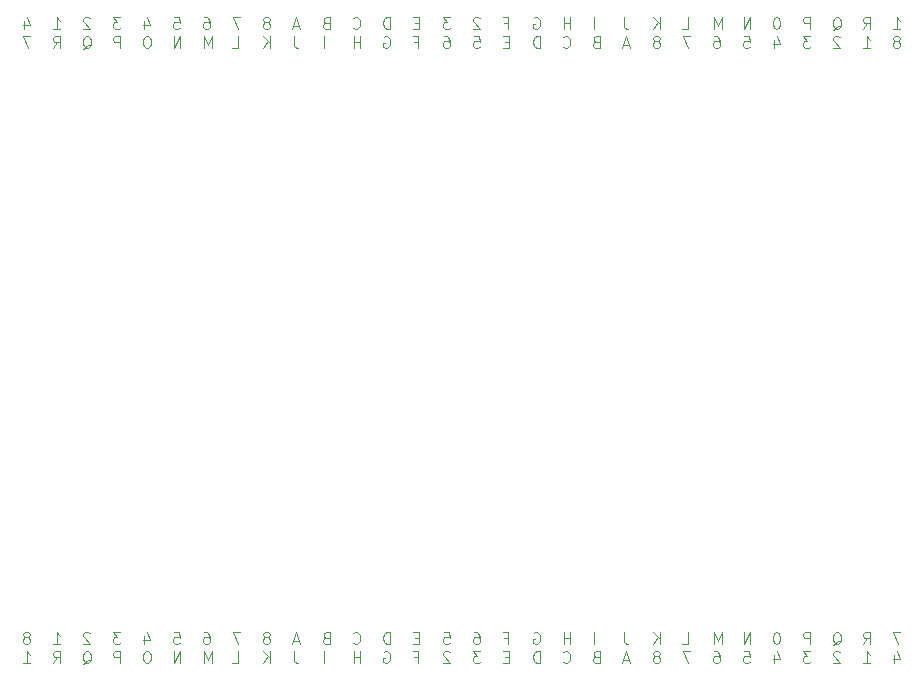
<source format=gbo>
G04 #@! TF.GenerationSoftware,KiCad,Pcbnew,8.0.1*
G04 #@! TF.CreationDate,2024-08-06T23:19:39+08:00*
G04 #@! TF.ProjectId,MatchBox v0.3,4d617463-6842-46f7-9820-76302e332e6b,rev?*
G04 #@! TF.SameCoordinates,Original*
G04 #@! TF.FileFunction,Legend,Bot*
G04 #@! TF.FilePolarity,Positive*
%FSLAX46Y46*%
G04 Gerber Fmt 4.6, Leading zero omitted, Abs format (unit mm)*
G04 Created by KiCad (PCBNEW 8.0.1) date 2024-08-06 23:19:39*
%MOMM*%
%LPD*%
G01*
G04 APERTURE LIST*
%ADD10C,0.100000*%
%ADD11C,3.200000*%
%ADD12C,3.700000*%
%ADD13R,1.700000X1.700000*%
%ADD14O,1.700000X1.700000*%
G04 APERTURE END LIST*
D10*
X130696503Y-112562475D02*
X130696503Y-111562475D01*
X130886980Y-113648609D02*
X130744123Y-113696228D01*
X130744123Y-113696228D02*
X130696504Y-113743847D01*
X130696504Y-113743847D02*
X130648885Y-113839085D01*
X130648885Y-113839085D02*
X130648885Y-113981942D01*
X130648885Y-113981942D02*
X130696504Y-114077180D01*
X130696504Y-114077180D02*
X130744123Y-114124800D01*
X130744123Y-114124800D02*
X130839361Y-114172419D01*
X130839361Y-114172419D02*
X131220313Y-114172419D01*
X131220313Y-114172419D02*
X131220313Y-113172419D01*
X131220313Y-113172419D02*
X130886980Y-113172419D01*
X130886980Y-113172419D02*
X130791742Y-113220038D01*
X130791742Y-113220038D02*
X130744123Y-113267657D01*
X130744123Y-113267657D02*
X130696504Y-113362895D01*
X130696504Y-113362895D02*
X130696504Y-113458133D01*
X130696504Y-113458133D02*
X130744123Y-113553371D01*
X130744123Y-113553371D02*
X130791742Y-113600990D01*
X130791742Y-113600990D02*
X130886980Y-113648609D01*
X130886980Y-113648609D02*
X131220313Y-113648609D01*
X103089837Y-111991046D02*
X103185075Y-111943427D01*
X103185075Y-111943427D02*
X103232694Y-111895808D01*
X103232694Y-111895808D02*
X103280313Y-111800570D01*
X103280313Y-111800570D02*
X103280313Y-111752951D01*
X103280313Y-111752951D02*
X103232694Y-111657713D01*
X103232694Y-111657713D02*
X103185075Y-111610094D01*
X103185075Y-111610094D02*
X103089837Y-111562475D01*
X103089837Y-111562475D02*
X102899361Y-111562475D01*
X102899361Y-111562475D02*
X102804123Y-111610094D01*
X102804123Y-111610094D02*
X102756504Y-111657713D01*
X102756504Y-111657713D02*
X102708885Y-111752951D01*
X102708885Y-111752951D02*
X102708885Y-111800570D01*
X102708885Y-111800570D02*
X102756504Y-111895808D01*
X102756504Y-111895808D02*
X102804123Y-111943427D01*
X102804123Y-111943427D02*
X102899361Y-111991046D01*
X102899361Y-111991046D02*
X103089837Y-111991046D01*
X103089837Y-111991046D02*
X103185075Y-112038665D01*
X103185075Y-112038665D02*
X103232694Y-112086284D01*
X103232694Y-112086284D02*
X103280313Y-112181522D01*
X103280313Y-112181522D02*
X103280313Y-112371998D01*
X103280313Y-112371998D02*
X103232694Y-112467236D01*
X103232694Y-112467236D02*
X103185075Y-112514856D01*
X103185075Y-112514856D02*
X103089837Y-112562475D01*
X103089837Y-112562475D02*
X102899361Y-112562475D01*
X102899361Y-112562475D02*
X102804123Y-112514856D01*
X102804123Y-112514856D02*
X102756504Y-112467236D01*
X102756504Y-112467236D02*
X102708885Y-112371998D01*
X102708885Y-112371998D02*
X102708885Y-112181522D01*
X102708885Y-112181522D02*
X102756504Y-112086284D01*
X102756504Y-112086284D02*
X102804123Y-112038665D01*
X102804123Y-112038665D02*
X102899361Y-111991046D01*
X103280313Y-114172419D02*
X103280313Y-113172419D01*
X102708885Y-114172419D02*
X103137456Y-113600990D01*
X102708885Y-113172419D02*
X103280313Y-113743847D01*
X143967932Y-112562475D02*
X143967932Y-111562475D01*
X143967932Y-111562475D02*
X143396504Y-112562475D01*
X143396504Y-112562475D02*
X143396504Y-111562475D01*
X143396504Y-113172419D02*
X143872694Y-113172419D01*
X143872694Y-113172419D02*
X143920313Y-113648609D01*
X143920313Y-113648609D02*
X143872694Y-113600990D01*
X143872694Y-113600990D02*
X143777456Y-113553371D01*
X143777456Y-113553371D02*
X143539361Y-113553371D01*
X143539361Y-113553371D02*
X143444123Y-113600990D01*
X143444123Y-113600990D02*
X143396504Y-113648609D01*
X143396504Y-113648609D02*
X143348885Y-113743847D01*
X143348885Y-113743847D02*
X143348885Y-113981942D01*
X143348885Y-113981942D02*
X143396504Y-114077180D01*
X143396504Y-114077180D02*
X143444123Y-114124800D01*
X143444123Y-114124800D02*
X143539361Y-114172419D01*
X143539361Y-114172419D02*
X143777456Y-114172419D01*
X143777456Y-114172419D02*
X143872694Y-114124800D01*
X143872694Y-114124800D02*
X143920313Y-114077180D01*
X146222218Y-111562475D02*
X146126980Y-111562475D01*
X146126980Y-111562475D02*
X146031742Y-111610094D01*
X146031742Y-111610094D02*
X145984123Y-111657713D01*
X145984123Y-111657713D02*
X145936504Y-111752951D01*
X145936504Y-111752951D02*
X145888885Y-111943427D01*
X145888885Y-111943427D02*
X145888885Y-112181522D01*
X145888885Y-112181522D02*
X145936504Y-112371998D01*
X145936504Y-112371998D02*
X145984123Y-112467236D01*
X145984123Y-112467236D02*
X146031742Y-112514856D01*
X146031742Y-112514856D02*
X146126980Y-112562475D01*
X146126980Y-112562475D02*
X146222218Y-112562475D01*
X146222218Y-112562475D02*
X146317456Y-112514856D01*
X146317456Y-112514856D02*
X146365075Y-112467236D01*
X146365075Y-112467236D02*
X146412694Y-112371998D01*
X146412694Y-112371998D02*
X146460313Y-112181522D01*
X146460313Y-112181522D02*
X146460313Y-111943427D01*
X146460313Y-111943427D02*
X146412694Y-111752951D01*
X146412694Y-111752951D02*
X146365075Y-111657713D01*
X146365075Y-111657713D02*
X146317456Y-111610094D01*
X146317456Y-111610094D02*
X146222218Y-111562475D01*
X145984123Y-113505752D02*
X145984123Y-114172419D01*
X146222218Y-113124800D02*
X146460313Y-113839085D01*
X146460313Y-113839085D02*
X145841266Y-113839085D01*
X136300313Y-112562475D02*
X136300313Y-111562475D01*
X135728885Y-112562475D02*
X136157456Y-111991046D01*
X135728885Y-111562475D02*
X136300313Y-112133903D01*
X136109837Y-113600990D02*
X136205075Y-113553371D01*
X136205075Y-113553371D02*
X136252694Y-113505752D01*
X136252694Y-113505752D02*
X136300313Y-113410514D01*
X136300313Y-113410514D02*
X136300313Y-113362895D01*
X136300313Y-113362895D02*
X136252694Y-113267657D01*
X136252694Y-113267657D02*
X136205075Y-113220038D01*
X136205075Y-113220038D02*
X136109837Y-113172419D01*
X136109837Y-113172419D02*
X135919361Y-113172419D01*
X135919361Y-113172419D02*
X135824123Y-113220038D01*
X135824123Y-113220038D02*
X135776504Y-113267657D01*
X135776504Y-113267657D02*
X135728885Y-113362895D01*
X135728885Y-113362895D02*
X135728885Y-113410514D01*
X135728885Y-113410514D02*
X135776504Y-113505752D01*
X135776504Y-113505752D02*
X135824123Y-113553371D01*
X135824123Y-113553371D02*
X135919361Y-113600990D01*
X135919361Y-113600990D02*
X136109837Y-113600990D01*
X136109837Y-113600990D02*
X136205075Y-113648609D01*
X136205075Y-113648609D02*
X136252694Y-113696228D01*
X136252694Y-113696228D02*
X136300313Y-113791466D01*
X136300313Y-113791466D02*
X136300313Y-113981942D01*
X136300313Y-113981942D02*
X136252694Y-114077180D01*
X136252694Y-114077180D02*
X136205075Y-114124800D01*
X136205075Y-114124800D02*
X136109837Y-114172419D01*
X136109837Y-114172419D02*
X135919361Y-114172419D01*
X135919361Y-114172419D02*
X135824123Y-114124800D01*
X135824123Y-114124800D02*
X135776504Y-114077180D01*
X135776504Y-114077180D02*
X135728885Y-113981942D01*
X135728885Y-113981942D02*
X135728885Y-113791466D01*
X135728885Y-113791466D02*
X135776504Y-113696228D01*
X135776504Y-113696228D02*
X135824123Y-113648609D01*
X135824123Y-113648609D02*
X135919361Y-113600990D01*
X125616504Y-111610094D02*
X125711742Y-111562475D01*
X125711742Y-111562475D02*
X125854599Y-111562475D01*
X125854599Y-111562475D02*
X125997456Y-111610094D01*
X125997456Y-111610094D02*
X126092694Y-111705332D01*
X126092694Y-111705332D02*
X126140313Y-111800570D01*
X126140313Y-111800570D02*
X126187932Y-111991046D01*
X126187932Y-111991046D02*
X126187932Y-112133903D01*
X126187932Y-112133903D02*
X126140313Y-112324379D01*
X126140313Y-112324379D02*
X126092694Y-112419617D01*
X126092694Y-112419617D02*
X125997456Y-112514856D01*
X125997456Y-112514856D02*
X125854599Y-112562475D01*
X125854599Y-112562475D02*
X125759361Y-112562475D01*
X125759361Y-112562475D02*
X125616504Y-112514856D01*
X125616504Y-112514856D02*
X125568885Y-112467236D01*
X125568885Y-112467236D02*
X125568885Y-112133903D01*
X125568885Y-112133903D02*
X125759361Y-112133903D01*
X126140313Y-114172419D02*
X126140313Y-113172419D01*
X126140313Y-113172419D02*
X125902218Y-113172419D01*
X125902218Y-113172419D02*
X125759361Y-113220038D01*
X125759361Y-113220038D02*
X125664123Y-113315276D01*
X125664123Y-113315276D02*
X125616504Y-113410514D01*
X125616504Y-113410514D02*
X125568885Y-113600990D01*
X125568885Y-113600990D02*
X125568885Y-113743847D01*
X125568885Y-113743847D02*
X125616504Y-113934323D01*
X125616504Y-113934323D02*
X125664123Y-114029561D01*
X125664123Y-114029561D02*
X125759361Y-114124800D01*
X125759361Y-114124800D02*
X125902218Y-114172419D01*
X125902218Y-114172419D02*
X126140313Y-114172419D01*
X138173647Y-112562475D02*
X138649837Y-112562475D01*
X138649837Y-112562475D02*
X138649837Y-111562475D01*
X138887932Y-113172419D02*
X138221266Y-113172419D01*
X138221266Y-113172419D02*
X138649837Y-114172419D01*
X88040313Y-111657713D02*
X87992694Y-111610094D01*
X87992694Y-111610094D02*
X87897456Y-111562475D01*
X87897456Y-111562475D02*
X87659361Y-111562475D01*
X87659361Y-111562475D02*
X87564123Y-111610094D01*
X87564123Y-111610094D02*
X87516504Y-111657713D01*
X87516504Y-111657713D02*
X87468885Y-111752951D01*
X87468885Y-111752951D02*
X87468885Y-111848189D01*
X87468885Y-111848189D02*
X87516504Y-111991046D01*
X87516504Y-111991046D02*
X88087932Y-112562475D01*
X88087932Y-112562475D02*
X87468885Y-112562475D01*
X87421266Y-114267657D02*
X87516504Y-114220038D01*
X87516504Y-114220038D02*
X87611742Y-114124800D01*
X87611742Y-114124800D02*
X87754599Y-113981942D01*
X87754599Y-113981942D02*
X87849837Y-113934323D01*
X87849837Y-113934323D02*
X87945075Y-113934323D01*
X87897456Y-114172419D02*
X87992694Y-114124800D01*
X87992694Y-114124800D02*
X88087932Y-114029561D01*
X88087932Y-114029561D02*
X88135551Y-113839085D01*
X88135551Y-113839085D02*
X88135551Y-113505752D01*
X88135551Y-113505752D02*
X88087932Y-113315276D01*
X88087932Y-113315276D02*
X87992694Y-113220038D01*
X87992694Y-113220038D02*
X87897456Y-113172419D01*
X87897456Y-113172419D02*
X87706980Y-113172419D01*
X87706980Y-113172419D02*
X87611742Y-113220038D01*
X87611742Y-113220038D02*
X87516504Y-113315276D01*
X87516504Y-113315276D02*
X87468885Y-113505752D01*
X87468885Y-113505752D02*
X87468885Y-113839085D01*
X87468885Y-113839085D02*
X87516504Y-114029561D01*
X87516504Y-114029561D02*
X87611742Y-114124800D01*
X87611742Y-114124800D02*
X87706980Y-114172419D01*
X87706980Y-114172419D02*
X87897456Y-114172419D01*
X123124123Y-112038665D02*
X123457456Y-112038665D01*
X123457456Y-112562475D02*
X123457456Y-111562475D01*
X123457456Y-111562475D02*
X122981266Y-111562475D01*
X123505075Y-113648609D02*
X123171742Y-113648609D01*
X123028885Y-114172419D02*
X123505075Y-114172419D01*
X123505075Y-114172419D02*
X123505075Y-113172419D01*
X123505075Y-113172419D02*
X123028885Y-113172419D01*
X141523170Y-112562475D02*
X141523170Y-111562475D01*
X141523170Y-111562475D02*
X141189837Y-112276760D01*
X141189837Y-112276760D02*
X140856504Y-111562475D01*
X140856504Y-111562475D02*
X140856504Y-112562475D01*
X140904123Y-113172419D02*
X141094599Y-113172419D01*
X141094599Y-113172419D02*
X141189837Y-113220038D01*
X141189837Y-113220038D02*
X141237456Y-113267657D01*
X141237456Y-113267657D02*
X141332694Y-113410514D01*
X141332694Y-113410514D02*
X141380313Y-113600990D01*
X141380313Y-113600990D02*
X141380313Y-113981942D01*
X141380313Y-113981942D02*
X141332694Y-114077180D01*
X141332694Y-114077180D02*
X141285075Y-114124800D01*
X141285075Y-114124800D02*
X141189837Y-114172419D01*
X141189837Y-114172419D02*
X140999361Y-114172419D01*
X140999361Y-114172419D02*
X140904123Y-114124800D01*
X140904123Y-114124800D02*
X140856504Y-114077180D01*
X140856504Y-114077180D02*
X140808885Y-113981942D01*
X140808885Y-113981942D02*
X140808885Y-113743847D01*
X140808885Y-113743847D02*
X140856504Y-113648609D01*
X140856504Y-113648609D02*
X140904123Y-113600990D01*
X140904123Y-113600990D02*
X140999361Y-113553371D01*
X140999361Y-113553371D02*
X141189837Y-113553371D01*
X141189837Y-113553371D02*
X141285075Y-113600990D01*
X141285075Y-113600990D02*
X141332694Y-113648609D01*
X141332694Y-113648609D02*
X141380313Y-113743847D01*
X120584123Y-111562475D02*
X120774599Y-111562475D01*
X120774599Y-111562475D02*
X120869837Y-111610094D01*
X120869837Y-111610094D02*
X120917456Y-111657713D01*
X120917456Y-111657713D02*
X121012694Y-111800570D01*
X121012694Y-111800570D02*
X121060313Y-111991046D01*
X121060313Y-111991046D02*
X121060313Y-112371998D01*
X121060313Y-112371998D02*
X121012694Y-112467236D01*
X121012694Y-112467236D02*
X120965075Y-112514856D01*
X120965075Y-112514856D02*
X120869837Y-112562475D01*
X120869837Y-112562475D02*
X120679361Y-112562475D01*
X120679361Y-112562475D02*
X120584123Y-112514856D01*
X120584123Y-112514856D02*
X120536504Y-112467236D01*
X120536504Y-112467236D02*
X120488885Y-112371998D01*
X120488885Y-112371998D02*
X120488885Y-112133903D01*
X120488885Y-112133903D02*
X120536504Y-112038665D01*
X120536504Y-112038665D02*
X120584123Y-111991046D01*
X120584123Y-111991046D02*
X120679361Y-111943427D01*
X120679361Y-111943427D02*
X120869837Y-111943427D01*
X120869837Y-111943427D02*
X120965075Y-111991046D01*
X120965075Y-111991046D02*
X121012694Y-112038665D01*
X121012694Y-112038665D02*
X121060313Y-112133903D01*
X121107932Y-113172419D02*
X120488885Y-113172419D01*
X120488885Y-113172419D02*
X120822218Y-113553371D01*
X120822218Y-113553371D02*
X120679361Y-113553371D01*
X120679361Y-113553371D02*
X120584123Y-113600990D01*
X120584123Y-113600990D02*
X120536504Y-113648609D01*
X120536504Y-113648609D02*
X120488885Y-113743847D01*
X120488885Y-113743847D02*
X120488885Y-113981942D01*
X120488885Y-113981942D02*
X120536504Y-114077180D01*
X120536504Y-114077180D02*
X120584123Y-114124800D01*
X120584123Y-114124800D02*
X120679361Y-114172419D01*
X120679361Y-114172419D02*
X120965075Y-114172419D01*
X120965075Y-114172419D02*
X121060313Y-114124800D01*
X121060313Y-114124800D02*
X121107932Y-114077180D01*
X97724123Y-111562475D02*
X97914599Y-111562475D01*
X97914599Y-111562475D02*
X98009837Y-111610094D01*
X98009837Y-111610094D02*
X98057456Y-111657713D01*
X98057456Y-111657713D02*
X98152694Y-111800570D01*
X98152694Y-111800570D02*
X98200313Y-111991046D01*
X98200313Y-111991046D02*
X98200313Y-112371998D01*
X98200313Y-112371998D02*
X98152694Y-112467236D01*
X98152694Y-112467236D02*
X98105075Y-112514856D01*
X98105075Y-112514856D02*
X98009837Y-112562475D01*
X98009837Y-112562475D02*
X97819361Y-112562475D01*
X97819361Y-112562475D02*
X97724123Y-112514856D01*
X97724123Y-112514856D02*
X97676504Y-112467236D01*
X97676504Y-112467236D02*
X97628885Y-112371998D01*
X97628885Y-112371998D02*
X97628885Y-112133903D01*
X97628885Y-112133903D02*
X97676504Y-112038665D01*
X97676504Y-112038665D02*
X97724123Y-111991046D01*
X97724123Y-111991046D02*
X97819361Y-111943427D01*
X97819361Y-111943427D02*
X98009837Y-111943427D01*
X98009837Y-111943427D02*
X98105075Y-111991046D01*
X98105075Y-111991046D02*
X98152694Y-112038665D01*
X98152694Y-112038665D02*
X98200313Y-112133903D01*
X98343170Y-114172419D02*
X98343170Y-113172419D01*
X98343170Y-113172419D02*
X98009837Y-113886704D01*
X98009837Y-113886704D02*
X97676504Y-113172419D01*
X97676504Y-113172419D02*
X97676504Y-114172419D01*
X95136504Y-111562475D02*
X95612694Y-111562475D01*
X95612694Y-111562475D02*
X95660313Y-112038665D01*
X95660313Y-112038665D02*
X95612694Y-111991046D01*
X95612694Y-111991046D02*
X95517456Y-111943427D01*
X95517456Y-111943427D02*
X95279361Y-111943427D01*
X95279361Y-111943427D02*
X95184123Y-111991046D01*
X95184123Y-111991046D02*
X95136504Y-112038665D01*
X95136504Y-112038665D02*
X95088885Y-112133903D01*
X95088885Y-112133903D02*
X95088885Y-112371998D01*
X95088885Y-112371998D02*
X95136504Y-112467236D01*
X95136504Y-112467236D02*
X95184123Y-112514856D01*
X95184123Y-112514856D02*
X95279361Y-112562475D01*
X95279361Y-112562475D02*
X95517456Y-112562475D01*
X95517456Y-112562475D02*
X95612694Y-112514856D01*
X95612694Y-112514856D02*
X95660313Y-112467236D01*
X95707932Y-114172419D02*
X95707932Y-113172419D01*
X95707932Y-113172419D02*
X95136504Y-114172419D01*
X95136504Y-114172419D02*
X95136504Y-113172419D01*
X156667932Y-111562475D02*
X156001266Y-111562475D01*
X156001266Y-111562475D02*
X156429837Y-112562475D01*
X156144123Y-113505752D02*
X156144123Y-114172419D01*
X156382218Y-113124800D02*
X156620313Y-113839085D01*
X156620313Y-113839085D02*
X156001266Y-113839085D01*
X105725075Y-112276760D02*
X105248885Y-112276760D01*
X105820313Y-112562475D02*
X105486980Y-111562475D01*
X105486980Y-111562475D02*
X105153647Y-112562475D01*
X105296504Y-113172419D02*
X105296504Y-113886704D01*
X105296504Y-113886704D02*
X105344123Y-114029561D01*
X105344123Y-114029561D02*
X105439361Y-114124800D01*
X105439361Y-114124800D02*
X105582218Y-114172419D01*
X105582218Y-114172419D02*
X105677456Y-114172419D01*
X108026980Y-112038665D02*
X107884123Y-112086284D01*
X107884123Y-112086284D02*
X107836504Y-112133903D01*
X107836504Y-112133903D02*
X107788885Y-112229141D01*
X107788885Y-112229141D02*
X107788885Y-112371998D01*
X107788885Y-112371998D02*
X107836504Y-112467236D01*
X107836504Y-112467236D02*
X107884123Y-112514856D01*
X107884123Y-112514856D02*
X107979361Y-112562475D01*
X107979361Y-112562475D02*
X108360313Y-112562475D01*
X108360313Y-112562475D02*
X108360313Y-111562475D01*
X108360313Y-111562475D02*
X108026980Y-111562475D01*
X108026980Y-111562475D02*
X107931742Y-111610094D01*
X107931742Y-111610094D02*
X107884123Y-111657713D01*
X107884123Y-111657713D02*
X107836504Y-111752951D01*
X107836504Y-111752951D02*
X107836504Y-111848189D01*
X107836504Y-111848189D02*
X107884123Y-111943427D01*
X107884123Y-111943427D02*
X107931742Y-111991046D01*
X107931742Y-111991046D02*
X108026980Y-112038665D01*
X108026980Y-112038665D02*
X108360313Y-112038665D01*
X107836503Y-114172419D02*
X107836503Y-113172419D01*
X117996504Y-111562475D02*
X118472694Y-111562475D01*
X118472694Y-111562475D02*
X118520313Y-112038665D01*
X118520313Y-112038665D02*
X118472694Y-111991046D01*
X118472694Y-111991046D02*
X118377456Y-111943427D01*
X118377456Y-111943427D02*
X118139361Y-111943427D01*
X118139361Y-111943427D02*
X118044123Y-111991046D01*
X118044123Y-111991046D02*
X117996504Y-112038665D01*
X117996504Y-112038665D02*
X117948885Y-112133903D01*
X117948885Y-112133903D02*
X117948885Y-112371998D01*
X117948885Y-112371998D02*
X117996504Y-112467236D01*
X117996504Y-112467236D02*
X118044123Y-112514856D01*
X118044123Y-112514856D02*
X118139361Y-112562475D01*
X118139361Y-112562475D02*
X118377456Y-112562475D01*
X118377456Y-112562475D02*
X118472694Y-112514856D01*
X118472694Y-112514856D02*
X118520313Y-112467236D01*
X118520313Y-113267657D02*
X118472694Y-113220038D01*
X118472694Y-113220038D02*
X118377456Y-113172419D01*
X118377456Y-113172419D02*
X118139361Y-113172419D01*
X118139361Y-113172419D02*
X118044123Y-113220038D01*
X118044123Y-113220038D02*
X117996504Y-113267657D01*
X117996504Y-113267657D02*
X117948885Y-113362895D01*
X117948885Y-113362895D02*
X117948885Y-113458133D01*
X117948885Y-113458133D02*
X117996504Y-113600990D01*
X117996504Y-113600990D02*
X118567932Y-114172419D01*
X118567932Y-114172419D02*
X117948885Y-114172419D01*
X128727932Y-112562475D02*
X128727932Y-111562475D01*
X128727932Y-112038665D02*
X128156504Y-112038665D01*
X128156504Y-112562475D02*
X128156504Y-111562475D01*
X128108885Y-114077180D02*
X128156504Y-114124800D01*
X128156504Y-114124800D02*
X128299361Y-114172419D01*
X128299361Y-114172419D02*
X128394599Y-114172419D01*
X128394599Y-114172419D02*
X128537456Y-114124800D01*
X128537456Y-114124800D02*
X128632694Y-114029561D01*
X128632694Y-114029561D02*
X128680313Y-113934323D01*
X128680313Y-113934323D02*
X128727932Y-113743847D01*
X128727932Y-113743847D02*
X128727932Y-113600990D01*
X128727932Y-113600990D02*
X128680313Y-113410514D01*
X128680313Y-113410514D02*
X128632694Y-113315276D01*
X128632694Y-113315276D02*
X128537456Y-113220038D01*
X128537456Y-113220038D02*
X128394599Y-113172419D01*
X128394599Y-113172419D02*
X128299361Y-113172419D01*
X128299361Y-113172419D02*
X128156504Y-113220038D01*
X128156504Y-113220038D02*
X128108885Y-113267657D01*
X149000313Y-112562475D02*
X149000313Y-111562475D01*
X149000313Y-111562475D02*
X148619361Y-111562475D01*
X148619361Y-111562475D02*
X148524123Y-111610094D01*
X148524123Y-111610094D02*
X148476504Y-111657713D01*
X148476504Y-111657713D02*
X148428885Y-111752951D01*
X148428885Y-111752951D02*
X148428885Y-111895808D01*
X148428885Y-111895808D02*
X148476504Y-111991046D01*
X148476504Y-111991046D02*
X148524123Y-112038665D01*
X148524123Y-112038665D02*
X148619361Y-112086284D01*
X148619361Y-112086284D02*
X149000313Y-112086284D01*
X149047932Y-113172419D02*
X148428885Y-113172419D01*
X148428885Y-113172419D02*
X148762218Y-113553371D01*
X148762218Y-113553371D02*
X148619361Y-113553371D01*
X148619361Y-113553371D02*
X148524123Y-113600990D01*
X148524123Y-113600990D02*
X148476504Y-113648609D01*
X148476504Y-113648609D02*
X148428885Y-113743847D01*
X148428885Y-113743847D02*
X148428885Y-113981942D01*
X148428885Y-113981942D02*
X148476504Y-114077180D01*
X148476504Y-114077180D02*
X148524123Y-114124800D01*
X148524123Y-114124800D02*
X148619361Y-114172419D01*
X148619361Y-114172419D02*
X148905075Y-114172419D01*
X148905075Y-114172419D02*
X149000313Y-114124800D01*
X149000313Y-114124800D02*
X149047932Y-114077180D01*
X153508885Y-112562475D02*
X153842218Y-112086284D01*
X154080313Y-112562475D02*
X154080313Y-111562475D01*
X154080313Y-111562475D02*
X153699361Y-111562475D01*
X153699361Y-111562475D02*
X153604123Y-111610094D01*
X153604123Y-111610094D02*
X153556504Y-111657713D01*
X153556504Y-111657713D02*
X153508885Y-111752951D01*
X153508885Y-111752951D02*
X153508885Y-111895808D01*
X153508885Y-111895808D02*
X153556504Y-111991046D01*
X153556504Y-111991046D02*
X153604123Y-112038665D01*
X153604123Y-112038665D02*
X153699361Y-112086284D01*
X153699361Y-112086284D02*
X154080313Y-112086284D01*
X153508885Y-114172419D02*
X154080313Y-114172419D01*
X153794599Y-114172419D02*
X153794599Y-113172419D01*
X153794599Y-113172419D02*
X153889837Y-113315276D01*
X153889837Y-113315276D02*
X153985075Y-113410514D01*
X153985075Y-113410514D02*
X154080313Y-113458133D01*
X90627932Y-111562475D02*
X90008885Y-111562475D01*
X90008885Y-111562475D02*
X90342218Y-111943427D01*
X90342218Y-111943427D02*
X90199361Y-111943427D01*
X90199361Y-111943427D02*
X90104123Y-111991046D01*
X90104123Y-111991046D02*
X90056504Y-112038665D01*
X90056504Y-112038665D02*
X90008885Y-112133903D01*
X90008885Y-112133903D02*
X90008885Y-112371998D01*
X90008885Y-112371998D02*
X90056504Y-112467236D01*
X90056504Y-112467236D02*
X90104123Y-112514856D01*
X90104123Y-112514856D02*
X90199361Y-112562475D01*
X90199361Y-112562475D02*
X90485075Y-112562475D01*
X90485075Y-112562475D02*
X90580313Y-112514856D01*
X90580313Y-112514856D02*
X90627932Y-112467236D01*
X90580313Y-114172419D02*
X90580313Y-113172419D01*
X90580313Y-113172419D02*
X90199361Y-113172419D01*
X90199361Y-113172419D02*
X90104123Y-113220038D01*
X90104123Y-113220038D02*
X90056504Y-113267657D01*
X90056504Y-113267657D02*
X90008885Y-113362895D01*
X90008885Y-113362895D02*
X90008885Y-113505752D01*
X90008885Y-113505752D02*
X90056504Y-113600990D01*
X90056504Y-113600990D02*
X90104123Y-113648609D01*
X90104123Y-113648609D02*
X90199361Y-113696228D01*
X90199361Y-113696228D02*
X90580313Y-113696228D01*
X113440313Y-112562475D02*
X113440313Y-111562475D01*
X113440313Y-111562475D02*
X113202218Y-111562475D01*
X113202218Y-111562475D02*
X113059361Y-111610094D01*
X113059361Y-111610094D02*
X112964123Y-111705332D01*
X112964123Y-111705332D02*
X112916504Y-111800570D01*
X112916504Y-111800570D02*
X112868885Y-111991046D01*
X112868885Y-111991046D02*
X112868885Y-112133903D01*
X112868885Y-112133903D02*
X112916504Y-112324379D01*
X112916504Y-112324379D02*
X112964123Y-112419617D01*
X112964123Y-112419617D02*
X113059361Y-112514856D01*
X113059361Y-112514856D02*
X113202218Y-112562475D01*
X113202218Y-112562475D02*
X113440313Y-112562475D01*
X112916504Y-113220038D02*
X113011742Y-113172419D01*
X113011742Y-113172419D02*
X113154599Y-113172419D01*
X113154599Y-113172419D02*
X113297456Y-113220038D01*
X113297456Y-113220038D02*
X113392694Y-113315276D01*
X113392694Y-113315276D02*
X113440313Y-113410514D01*
X113440313Y-113410514D02*
X113487932Y-113600990D01*
X113487932Y-113600990D02*
X113487932Y-113743847D01*
X113487932Y-113743847D02*
X113440313Y-113934323D01*
X113440313Y-113934323D02*
X113392694Y-114029561D01*
X113392694Y-114029561D02*
X113297456Y-114124800D01*
X113297456Y-114124800D02*
X113154599Y-114172419D01*
X113154599Y-114172419D02*
X113059361Y-114172419D01*
X113059361Y-114172419D02*
X112916504Y-114124800D01*
X112916504Y-114124800D02*
X112868885Y-114077180D01*
X112868885Y-114077180D02*
X112868885Y-113743847D01*
X112868885Y-113743847D02*
X113059361Y-113743847D01*
X133236504Y-111562475D02*
X133236504Y-112276760D01*
X133236504Y-112276760D02*
X133284123Y-112419617D01*
X133284123Y-112419617D02*
X133379361Y-112514856D01*
X133379361Y-112514856D02*
X133522218Y-112562475D01*
X133522218Y-112562475D02*
X133617456Y-112562475D01*
X133665075Y-113886704D02*
X133188885Y-113886704D01*
X133760313Y-114172419D02*
X133426980Y-113172419D01*
X133426980Y-113172419D02*
X133093647Y-114172419D01*
X150921266Y-112657713D02*
X151016504Y-112610094D01*
X151016504Y-112610094D02*
X151111742Y-112514856D01*
X151111742Y-112514856D02*
X151254599Y-112371998D01*
X151254599Y-112371998D02*
X151349837Y-112324379D01*
X151349837Y-112324379D02*
X151445075Y-112324379D01*
X151397456Y-112562475D02*
X151492694Y-112514856D01*
X151492694Y-112514856D02*
X151587932Y-112419617D01*
X151587932Y-112419617D02*
X151635551Y-112229141D01*
X151635551Y-112229141D02*
X151635551Y-111895808D01*
X151635551Y-111895808D02*
X151587932Y-111705332D01*
X151587932Y-111705332D02*
X151492694Y-111610094D01*
X151492694Y-111610094D02*
X151397456Y-111562475D01*
X151397456Y-111562475D02*
X151206980Y-111562475D01*
X151206980Y-111562475D02*
X151111742Y-111610094D01*
X151111742Y-111610094D02*
X151016504Y-111705332D01*
X151016504Y-111705332D02*
X150968885Y-111895808D01*
X150968885Y-111895808D02*
X150968885Y-112229141D01*
X150968885Y-112229141D02*
X151016504Y-112419617D01*
X151016504Y-112419617D02*
X151111742Y-112514856D01*
X151111742Y-112514856D02*
X151206980Y-112562475D01*
X151206980Y-112562475D02*
X151397456Y-112562475D01*
X151540313Y-113267657D02*
X151492694Y-113220038D01*
X151492694Y-113220038D02*
X151397456Y-113172419D01*
X151397456Y-113172419D02*
X151159361Y-113172419D01*
X151159361Y-113172419D02*
X151064123Y-113220038D01*
X151064123Y-113220038D02*
X151016504Y-113267657D01*
X151016504Y-113267657D02*
X150968885Y-113362895D01*
X150968885Y-113362895D02*
X150968885Y-113458133D01*
X150968885Y-113458133D02*
X151016504Y-113600990D01*
X151016504Y-113600990D02*
X151587932Y-114172419D01*
X151587932Y-114172419D02*
X150968885Y-114172419D01*
X110328885Y-112467236D02*
X110376504Y-112514856D01*
X110376504Y-112514856D02*
X110519361Y-112562475D01*
X110519361Y-112562475D02*
X110614599Y-112562475D01*
X110614599Y-112562475D02*
X110757456Y-112514856D01*
X110757456Y-112514856D02*
X110852694Y-112419617D01*
X110852694Y-112419617D02*
X110900313Y-112324379D01*
X110900313Y-112324379D02*
X110947932Y-112133903D01*
X110947932Y-112133903D02*
X110947932Y-111991046D01*
X110947932Y-111991046D02*
X110900313Y-111800570D01*
X110900313Y-111800570D02*
X110852694Y-111705332D01*
X110852694Y-111705332D02*
X110757456Y-111610094D01*
X110757456Y-111610094D02*
X110614599Y-111562475D01*
X110614599Y-111562475D02*
X110519361Y-111562475D01*
X110519361Y-111562475D02*
X110376504Y-111610094D01*
X110376504Y-111610094D02*
X110328885Y-111657713D01*
X110947932Y-114172419D02*
X110947932Y-113172419D01*
X110947932Y-113648609D02*
X110376504Y-113648609D01*
X110376504Y-114172419D02*
X110376504Y-113172419D01*
X82769837Y-111991046D02*
X82865075Y-111943427D01*
X82865075Y-111943427D02*
X82912694Y-111895808D01*
X82912694Y-111895808D02*
X82960313Y-111800570D01*
X82960313Y-111800570D02*
X82960313Y-111752951D01*
X82960313Y-111752951D02*
X82912694Y-111657713D01*
X82912694Y-111657713D02*
X82865075Y-111610094D01*
X82865075Y-111610094D02*
X82769837Y-111562475D01*
X82769837Y-111562475D02*
X82579361Y-111562475D01*
X82579361Y-111562475D02*
X82484123Y-111610094D01*
X82484123Y-111610094D02*
X82436504Y-111657713D01*
X82436504Y-111657713D02*
X82388885Y-111752951D01*
X82388885Y-111752951D02*
X82388885Y-111800570D01*
X82388885Y-111800570D02*
X82436504Y-111895808D01*
X82436504Y-111895808D02*
X82484123Y-111943427D01*
X82484123Y-111943427D02*
X82579361Y-111991046D01*
X82579361Y-111991046D02*
X82769837Y-111991046D01*
X82769837Y-111991046D02*
X82865075Y-112038665D01*
X82865075Y-112038665D02*
X82912694Y-112086284D01*
X82912694Y-112086284D02*
X82960313Y-112181522D01*
X82960313Y-112181522D02*
X82960313Y-112371998D01*
X82960313Y-112371998D02*
X82912694Y-112467236D01*
X82912694Y-112467236D02*
X82865075Y-112514856D01*
X82865075Y-112514856D02*
X82769837Y-112562475D01*
X82769837Y-112562475D02*
X82579361Y-112562475D01*
X82579361Y-112562475D02*
X82484123Y-112514856D01*
X82484123Y-112514856D02*
X82436504Y-112467236D01*
X82436504Y-112467236D02*
X82388885Y-112371998D01*
X82388885Y-112371998D02*
X82388885Y-112181522D01*
X82388885Y-112181522D02*
X82436504Y-112086284D01*
X82436504Y-112086284D02*
X82484123Y-112038665D01*
X82484123Y-112038665D02*
X82579361Y-111991046D01*
X82388885Y-114172419D02*
X82960313Y-114172419D01*
X82674599Y-114172419D02*
X82674599Y-113172419D01*
X82674599Y-113172419D02*
X82769837Y-113315276D01*
X82769837Y-113315276D02*
X82865075Y-113410514D01*
X82865075Y-113410514D02*
X82960313Y-113458133D01*
X92644123Y-111895808D02*
X92644123Y-112562475D01*
X92882218Y-111514856D02*
X93120313Y-112229141D01*
X93120313Y-112229141D02*
X92501266Y-112229141D01*
X92977456Y-113172419D02*
X92786980Y-113172419D01*
X92786980Y-113172419D02*
X92691742Y-113220038D01*
X92691742Y-113220038D02*
X92596504Y-113315276D01*
X92596504Y-113315276D02*
X92548885Y-113505752D01*
X92548885Y-113505752D02*
X92548885Y-113839085D01*
X92548885Y-113839085D02*
X92596504Y-114029561D01*
X92596504Y-114029561D02*
X92691742Y-114124800D01*
X92691742Y-114124800D02*
X92786980Y-114172419D01*
X92786980Y-114172419D02*
X92977456Y-114172419D01*
X92977456Y-114172419D02*
X93072694Y-114124800D01*
X93072694Y-114124800D02*
X93167932Y-114029561D01*
X93167932Y-114029561D02*
X93215551Y-113839085D01*
X93215551Y-113839085D02*
X93215551Y-113505752D01*
X93215551Y-113505752D02*
X93167932Y-113315276D01*
X93167932Y-113315276D02*
X93072694Y-113220038D01*
X93072694Y-113220038D02*
X92977456Y-113172419D01*
X84928885Y-112562475D02*
X85500313Y-112562475D01*
X85214599Y-112562475D02*
X85214599Y-111562475D01*
X85214599Y-111562475D02*
X85309837Y-111705332D01*
X85309837Y-111705332D02*
X85405075Y-111800570D01*
X85405075Y-111800570D02*
X85500313Y-111848189D01*
X84928885Y-114172419D02*
X85262218Y-113696228D01*
X85500313Y-114172419D02*
X85500313Y-113172419D01*
X85500313Y-113172419D02*
X85119361Y-113172419D01*
X85119361Y-113172419D02*
X85024123Y-113220038D01*
X85024123Y-113220038D02*
X84976504Y-113267657D01*
X84976504Y-113267657D02*
X84928885Y-113362895D01*
X84928885Y-113362895D02*
X84928885Y-113505752D01*
X84928885Y-113505752D02*
X84976504Y-113600990D01*
X84976504Y-113600990D02*
X85024123Y-113648609D01*
X85024123Y-113648609D02*
X85119361Y-113696228D01*
X85119361Y-113696228D02*
X85500313Y-113696228D01*
X115885075Y-112038665D02*
X115551742Y-112038665D01*
X115408885Y-112562475D02*
X115885075Y-112562475D01*
X115885075Y-112562475D02*
X115885075Y-111562475D01*
X115885075Y-111562475D02*
X115408885Y-111562475D01*
X115504123Y-113648609D02*
X115837456Y-113648609D01*
X115837456Y-114172419D02*
X115837456Y-113172419D01*
X115837456Y-113172419D02*
X115361266Y-113172419D01*
X100787932Y-111562475D02*
X100121266Y-111562475D01*
X100121266Y-111562475D02*
X100549837Y-112562475D01*
X100073647Y-114172419D02*
X100549837Y-114172419D01*
X100549837Y-114172419D02*
X100549837Y-113172419D01*
X113440313Y-60492475D02*
X113440313Y-59492475D01*
X113440313Y-59492475D02*
X113202218Y-59492475D01*
X113202218Y-59492475D02*
X113059361Y-59540094D01*
X113059361Y-59540094D02*
X112964123Y-59635332D01*
X112964123Y-59635332D02*
X112916504Y-59730570D01*
X112916504Y-59730570D02*
X112868885Y-59921046D01*
X112868885Y-59921046D02*
X112868885Y-60063903D01*
X112868885Y-60063903D02*
X112916504Y-60254379D01*
X112916504Y-60254379D02*
X112964123Y-60349617D01*
X112964123Y-60349617D02*
X113059361Y-60444856D01*
X113059361Y-60444856D02*
X113202218Y-60492475D01*
X113202218Y-60492475D02*
X113440313Y-60492475D01*
X112916504Y-61150038D02*
X113011742Y-61102419D01*
X113011742Y-61102419D02*
X113154599Y-61102419D01*
X113154599Y-61102419D02*
X113297456Y-61150038D01*
X113297456Y-61150038D02*
X113392694Y-61245276D01*
X113392694Y-61245276D02*
X113440313Y-61340514D01*
X113440313Y-61340514D02*
X113487932Y-61530990D01*
X113487932Y-61530990D02*
X113487932Y-61673847D01*
X113487932Y-61673847D02*
X113440313Y-61864323D01*
X113440313Y-61864323D02*
X113392694Y-61959561D01*
X113392694Y-61959561D02*
X113297456Y-62054800D01*
X113297456Y-62054800D02*
X113154599Y-62102419D01*
X113154599Y-62102419D02*
X113059361Y-62102419D01*
X113059361Y-62102419D02*
X112916504Y-62054800D01*
X112916504Y-62054800D02*
X112868885Y-62007180D01*
X112868885Y-62007180D02*
X112868885Y-61673847D01*
X112868885Y-61673847D02*
X113059361Y-61673847D01*
X121060313Y-59587713D02*
X121012694Y-59540094D01*
X121012694Y-59540094D02*
X120917456Y-59492475D01*
X120917456Y-59492475D02*
X120679361Y-59492475D01*
X120679361Y-59492475D02*
X120584123Y-59540094D01*
X120584123Y-59540094D02*
X120536504Y-59587713D01*
X120536504Y-59587713D02*
X120488885Y-59682951D01*
X120488885Y-59682951D02*
X120488885Y-59778189D01*
X120488885Y-59778189D02*
X120536504Y-59921046D01*
X120536504Y-59921046D02*
X121107932Y-60492475D01*
X121107932Y-60492475D02*
X120488885Y-60492475D01*
X120536504Y-61102419D02*
X121012694Y-61102419D01*
X121012694Y-61102419D02*
X121060313Y-61578609D01*
X121060313Y-61578609D02*
X121012694Y-61530990D01*
X121012694Y-61530990D02*
X120917456Y-61483371D01*
X120917456Y-61483371D02*
X120679361Y-61483371D01*
X120679361Y-61483371D02*
X120584123Y-61530990D01*
X120584123Y-61530990D02*
X120536504Y-61578609D01*
X120536504Y-61578609D02*
X120488885Y-61673847D01*
X120488885Y-61673847D02*
X120488885Y-61911942D01*
X120488885Y-61911942D02*
X120536504Y-62007180D01*
X120536504Y-62007180D02*
X120584123Y-62054800D01*
X120584123Y-62054800D02*
X120679361Y-62102419D01*
X120679361Y-62102419D02*
X120917456Y-62102419D01*
X120917456Y-62102419D02*
X121012694Y-62054800D01*
X121012694Y-62054800D02*
X121060313Y-62007180D01*
X125616504Y-59540094D02*
X125711742Y-59492475D01*
X125711742Y-59492475D02*
X125854599Y-59492475D01*
X125854599Y-59492475D02*
X125997456Y-59540094D01*
X125997456Y-59540094D02*
X126092694Y-59635332D01*
X126092694Y-59635332D02*
X126140313Y-59730570D01*
X126140313Y-59730570D02*
X126187932Y-59921046D01*
X126187932Y-59921046D02*
X126187932Y-60063903D01*
X126187932Y-60063903D02*
X126140313Y-60254379D01*
X126140313Y-60254379D02*
X126092694Y-60349617D01*
X126092694Y-60349617D02*
X125997456Y-60444856D01*
X125997456Y-60444856D02*
X125854599Y-60492475D01*
X125854599Y-60492475D02*
X125759361Y-60492475D01*
X125759361Y-60492475D02*
X125616504Y-60444856D01*
X125616504Y-60444856D02*
X125568885Y-60397236D01*
X125568885Y-60397236D02*
X125568885Y-60063903D01*
X125568885Y-60063903D02*
X125759361Y-60063903D01*
X126140313Y-62102419D02*
X126140313Y-61102419D01*
X126140313Y-61102419D02*
X125902218Y-61102419D01*
X125902218Y-61102419D02*
X125759361Y-61150038D01*
X125759361Y-61150038D02*
X125664123Y-61245276D01*
X125664123Y-61245276D02*
X125616504Y-61340514D01*
X125616504Y-61340514D02*
X125568885Y-61530990D01*
X125568885Y-61530990D02*
X125568885Y-61673847D01*
X125568885Y-61673847D02*
X125616504Y-61864323D01*
X125616504Y-61864323D02*
X125664123Y-61959561D01*
X125664123Y-61959561D02*
X125759361Y-62054800D01*
X125759361Y-62054800D02*
X125902218Y-62102419D01*
X125902218Y-62102419D02*
X126140313Y-62102419D01*
X141523170Y-60492475D02*
X141523170Y-59492475D01*
X141523170Y-59492475D02*
X141189837Y-60206760D01*
X141189837Y-60206760D02*
X140856504Y-59492475D01*
X140856504Y-59492475D02*
X140856504Y-60492475D01*
X140904123Y-61102419D02*
X141094599Y-61102419D01*
X141094599Y-61102419D02*
X141189837Y-61150038D01*
X141189837Y-61150038D02*
X141237456Y-61197657D01*
X141237456Y-61197657D02*
X141332694Y-61340514D01*
X141332694Y-61340514D02*
X141380313Y-61530990D01*
X141380313Y-61530990D02*
X141380313Y-61911942D01*
X141380313Y-61911942D02*
X141332694Y-62007180D01*
X141332694Y-62007180D02*
X141285075Y-62054800D01*
X141285075Y-62054800D02*
X141189837Y-62102419D01*
X141189837Y-62102419D02*
X140999361Y-62102419D01*
X140999361Y-62102419D02*
X140904123Y-62054800D01*
X140904123Y-62054800D02*
X140856504Y-62007180D01*
X140856504Y-62007180D02*
X140808885Y-61911942D01*
X140808885Y-61911942D02*
X140808885Y-61673847D01*
X140808885Y-61673847D02*
X140856504Y-61578609D01*
X140856504Y-61578609D02*
X140904123Y-61530990D01*
X140904123Y-61530990D02*
X140999361Y-61483371D01*
X140999361Y-61483371D02*
X141189837Y-61483371D01*
X141189837Y-61483371D02*
X141285075Y-61530990D01*
X141285075Y-61530990D02*
X141332694Y-61578609D01*
X141332694Y-61578609D02*
X141380313Y-61673847D01*
X133236504Y-59492475D02*
X133236504Y-60206760D01*
X133236504Y-60206760D02*
X133284123Y-60349617D01*
X133284123Y-60349617D02*
X133379361Y-60444856D01*
X133379361Y-60444856D02*
X133522218Y-60492475D01*
X133522218Y-60492475D02*
X133617456Y-60492475D01*
X133665075Y-61816704D02*
X133188885Y-61816704D01*
X133760313Y-62102419D02*
X133426980Y-61102419D01*
X133426980Y-61102419D02*
X133093647Y-62102419D01*
X130696503Y-60492475D02*
X130696503Y-59492475D01*
X130886980Y-61578609D02*
X130744123Y-61626228D01*
X130744123Y-61626228D02*
X130696504Y-61673847D01*
X130696504Y-61673847D02*
X130648885Y-61769085D01*
X130648885Y-61769085D02*
X130648885Y-61911942D01*
X130648885Y-61911942D02*
X130696504Y-62007180D01*
X130696504Y-62007180D02*
X130744123Y-62054800D01*
X130744123Y-62054800D02*
X130839361Y-62102419D01*
X130839361Y-62102419D02*
X131220313Y-62102419D01*
X131220313Y-62102419D02*
X131220313Y-61102419D01*
X131220313Y-61102419D02*
X130886980Y-61102419D01*
X130886980Y-61102419D02*
X130791742Y-61150038D01*
X130791742Y-61150038D02*
X130744123Y-61197657D01*
X130744123Y-61197657D02*
X130696504Y-61292895D01*
X130696504Y-61292895D02*
X130696504Y-61388133D01*
X130696504Y-61388133D02*
X130744123Y-61483371D01*
X130744123Y-61483371D02*
X130791742Y-61530990D01*
X130791742Y-61530990D02*
X130886980Y-61578609D01*
X130886980Y-61578609D02*
X131220313Y-61578609D01*
X153508885Y-60492475D02*
X153842218Y-60016284D01*
X154080313Y-60492475D02*
X154080313Y-59492475D01*
X154080313Y-59492475D02*
X153699361Y-59492475D01*
X153699361Y-59492475D02*
X153604123Y-59540094D01*
X153604123Y-59540094D02*
X153556504Y-59587713D01*
X153556504Y-59587713D02*
X153508885Y-59682951D01*
X153508885Y-59682951D02*
X153508885Y-59825808D01*
X153508885Y-59825808D02*
X153556504Y-59921046D01*
X153556504Y-59921046D02*
X153604123Y-59968665D01*
X153604123Y-59968665D02*
X153699361Y-60016284D01*
X153699361Y-60016284D02*
X154080313Y-60016284D01*
X153508885Y-62102419D02*
X154080313Y-62102419D01*
X153794599Y-62102419D02*
X153794599Y-61102419D01*
X153794599Y-61102419D02*
X153889837Y-61245276D01*
X153889837Y-61245276D02*
X153985075Y-61340514D01*
X153985075Y-61340514D02*
X154080313Y-61388133D01*
X136300313Y-60492475D02*
X136300313Y-59492475D01*
X135728885Y-60492475D02*
X136157456Y-59921046D01*
X135728885Y-59492475D02*
X136300313Y-60063903D01*
X136109837Y-61530990D02*
X136205075Y-61483371D01*
X136205075Y-61483371D02*
X136252694Y-61435752D01*
X136252694Y-61435752D02*
X136300313Y-61340514D01*
X136300313Y-61340514D02*
X136300313Y-61292895D01*
X136300313Y-61292895D02*
X136252694Y-61197657D01*
X136252694Y-61197657D02*
X136205075Y-61150038D01*
X136205075Y-61150038D02*
X136109837Y-61102419D01*
X136109837Y-61102419D02*
X135919361Y-61102419D01*
X135919361Y-61102419D02*
X135824123Y-61150038D01*
X135824123Y-61150038D02*
X135776504Y-61197657D01*
X135776504Y-61197657D02*
X135728885Y-61292895D01*
X135728885Y-61292895D02*
X135728885Y-61340514D01*
X135728885Y-61340514D02*
X135776504Y-61435752D01*
X135776504Y-61435752D02*
X135824123Y-61483371D01*
X135824123Y-61483371D02*
X135919361Y-61530990D01*
X135919361Y-61530990D02*
X136109837Y-61530990D01*
X136109837Y-61530990D02*
X136205075Y-61578609D01*
X136205075Y-61578609D02*
X136252694Y-61626228D01*
X136252694Y-61626228D02*
X136300313Y-61721466D01*
X136300313Y-61721466D02*
X136300313Y-61911942D01*
X136300313Y-61911942D02*
X136252694Y-62007180D01*
X136252694Y-62007180D02*
X136205075Y-62054800D01*
X136205075Y-62054800D02*
X136109837Y-62102419D01*
X136109837Y-62102419D02*
X135919361Y-62102419D01*
X135919361Y-62102419D02*
X135824123Y-62054800D01*
X135824123Y-62054800D02*
X135776504Y-62007180D01*
X135776504Y-62007180D02*
X135728885Y-61911942D01*
X135728885Y-61911942D02*
X135728885Y-61721466D01*
X135728885Y-61721466D02*
X135776504Y-61626228D01*
X135776504Y-61626228D02*
X135824123Y-61578609D01*
X135824123Y-61578609D02*
X135919361Y-61530990D01*
X108026980Y-59968665D02*
X107884123Y-60016284D01*
X107884123Y-60016284D02*
X107836504Y-60063903D01*
X107836504Y-60063903D02*
X107788885Y-60159141D01*
X107788885Y-60159141D02*
X107788885Y-60301998D01*
X107788885Y-60301998D02*
X107836504Y-60397236D01*
X107836504Y-60397236D02*
X107884123Y-60444856D01*
X107884123Y-60444856D02*
X107979361Y-60492475D01*
X107979361Y-60492475D02*
X108360313Y-60492475D01*
X108360313Y-60492475D02*
X108360313Y-59492475D01*
X108360313Y-59492475D02*
X108026980Y-59492475D01*
X108026980Y-59492475D02*
X107931742Y-59540094D01*
X107931742Y-59540094D02*
X107884123Y-59587713D01*
X107884123Y-59587713D02*
X107836504Y-59682951D01*
X107836504Y-59682951D02*
X107836504Y-59778189D01*
X107836504Y-59778189D02*
X107884123Y-59873427D01*
X107884123Y-59873427D02*
X107931742Y-59921046D01*
X107931742Y-59921046D02*
X108026980Y-59968665D01*
X108026980Y-59968665D02*
X108360313Y-59968665D01*
X107836503Y-62102419D02*
X107836503Y-61102419D01*
X118567932Y-59492475D02*
X117948885Y-59492475D01*
X117948885Y-59492475D02*
X118282218Y-59873427D01*
X118282218Y-59873427D02*
X118139361Y-59873427D01*
X118139361Y-59873427D02*
X118044123Y-59921046D01*
X118044123Y-59921046D02*
X117996504Y-59968665D01*
X117996504Y-59968665D02*
X117948885Y-60063903D01*
X117948885Y-60063903D02*
X117948885Y-60301998D01*
X117948885Y-60301998D02*
X117996504Y-60397236D01*
X117996504Y-60397236D02*
X118044123Y-60444856D01*
X118044123Y-60444856D02*
X118139361Y-60492475D01*
X118139361Y-60492475D02*
X118425075Y-60492475D01*
X118425075Y-60492475D02*
X118520313Y-60444856D01*
X118520313Y-60444856D02*
X118567932Y-60397236D01*
X118044123Y-61102419D02*
X118234599Y-61102419D01*
X118234599Y-61102419D02*
X118329837Y-61150038D01*
X118329837Y-61150038D02*
X118377456Y-61197657D01*
X118377456Y-61197657D02*
X118472694Y-61340514D01*
X118472694Y-61340514D02*
X118520313Y-61530990D01*
X118520313Y-61530990D02*
X118520313Y-61911942D01*
X118520313Y-61911942D02*
X118472694Y-62007180D01*
X118472694Y-62007180D02*
X118425075Y-62054800D01*
X118425075Y-62054800D02*
X118329837Y-62102419D01*
X118329837Y-62102419D02*
X118139361Y-62102419D01*
X118139361Y-62102419D02*
X118044123Y-62054800D01*
X118044123Y-62054800D02*
X117996504Y-62007180D01*
X117996504Y-62007180D02*
X117948885Y-61911942D01*
X117948885Y-61911942D02*
X117948885Y-61673847D01*
X117948885Y-61673847D02*
X117996504Y-61578609D01*
X117996504Y-61578609D02*
X118044123Y-61530990D01*
X118044123Y-61530990D02*
X118139361Y-61483371D01*
X118139361Y-61483371D02*
X118329837Y-61483371D01*
X118329837Y-61483371D02*
X118425075Y-61530990D01*
X118425075Y-61530990D02*
X118472694Y-61578609D01*
X118472694Y-61578609D02*
X118520313Y-61673847D01*
X90627932Y-59492475D02*
X90008885Y-59492475D01*
X90008885Y-59492475D02*
X90342218Y-59873427D01*
X90342218Y-59873427D02*
X90199361Y-59873427D01*
X90199361Y-59873427D02*
X90104123Y-59921046D01*
X90104123Y-59921046D02*
X90056504Y-59968665D01*
X90056504Y-59968665D02*
X90008885Y-60063903D01*
X90008885Y-60063903D02*
X90008885Y-60301998D01*
X90008885Y-60301998D02*
X90056504Y-60397236D01*
X90056504Y-60397236D02*
X90104123Y-60444856D01*
X90104123Y-60444856D02*
X90199361Y-60492475D01*
X90199361Y-60492475D02*
X90485075Y-60492475D01*
X90485075Y-60492475D02*
X90580313Y-60444856D01*
X90580313Y-60444856D02*
X90627932Y-60397236D01*
X90580313Y-62102419D02*
X90580313Y-61102419D01*
X90580313Y-61102419D02*
X90199361Y-61102419D01*
X90199361Y-61102419D02*
X90104123Y-61150038D01*
X90104123Y-61150038D02*
X90056504Y-61197657D01*
X90056504Y-61197657D02*
X90008885Y-61292895D01*
X90008885Y-61292895D02*
X90008885Y-61435752D01*
X90008885Y-61435752D02*
X90056504Y-61530990D01*
X90056504Y-61530990D02*
X90104123Y-61578609D01*
X90104123Y-61578609D02*
X90199361Y-61626228D01*
X90199361Y-61626228D02*
X90580313Y-61626228D01*
X103089837Y-59921046D02*
X103185075Y-59873427D01*
X103185075Y-59873427D02*
X103232694Y-59825808D01*
X103232694Y-59825808D02*
X103280313Y-59730570D01*
X103280313Y-59730570D02*
X103280313Y-59682951D01*
X103280313Y-59682951D02*
X103232694Y-59587713D01*
X103232694Y-59587713D02*
X103185075Y-59540094D01*
X103185075Y-59540094D02*
X103089837Y-59492475D01*
X103089837Y-59492475D02*
X102899361Y-59492475D01*
X102899361Y-59492475D02*
X102804123Y-59540094D01*
X102804123Y-59540094D02*
X102756504Y-59587713D01*
X102756504Y-59587713D02*
X102708885Y-59682951D01*
X102708885Y-59682951D02*
X102708885Y-59730570D01*
X102708885Y-59730570D02*
X102756504Y-59825808D01*
X102756504Y-59825808D02*
X102804123Y-59873427D01*
X102804123Y-59873427D02*
X102899361Y-59921046D01*
X102899361Y-59921046D02*
X103089837Y-59921046D01*
X103089837Y-59921046D02*
X103185075Y-59968665D01*
X103185075Y-59968665D02*
X103232694Y-60016284D01*
X103232694Y-60016284D02*
X103280313Y-60111522D01*
X103280313Y-60111522D02*
X103280313Y-60301998D01*
X103280313Y-60301998D02*
X103232694Y-60397236D01*
X103232694Y-60397236D02*
X103185075Y-60444856D01*
X103185075Y-60444856D02*
X103089837Y-60492475D01*
X103089837Y-60492475D02*
X102899361Y-60492475D01*
X102899361Y-60492475D02*
X102804123Y-60444856D01*
X102804123Y-60444856D02*
X102756504Y-60397236D01*
X102756504Y-60397236D02*
X102708885Y-60301998D01*
X102708885Y-60301998D02*
X102708885Y-60111522D01*
X102708885Y-60111522D02*
X102756504Y-60016284D01*
X102756504Y-60016284D02*
X102804123Y-59968665D01*
X102804123Y-59968665D02*
X102899361Y-59921046D01*
X103280313Y-62102419D02*
X103280313Y-61102419D01*
X102708885Y-62102419D02*
X103137456Y-61530990D01*
X102708885Y-61102419D02*
X103280313Y-61673847D01*
X128727932Y-60492475D02*
X128727932Y-59492475D01*
X128727932Y-59968665D02*
X128156504Y-59968665D01*
X128156504Y-60492475D02*
X128156504Y-59492475D01*
X128108885Y-62007180D02*
X128156504Y-62054800D01*
X128156504Y-62054800D02*
X128299361Y-62102419D01*
X128299361Y-62102419D02*
X128394599Y-62102419D01*
X128394599Y-62102419D02*
X128537456Y-62054800D01*
X128537456Y-62054800D02*
X128632694Y-61959561D01*
X128632694Y-61959561D02*
X128680313Y-61864323D01*
X128680313Y-61864323D02*
X128727932Y-61673847D01*
X128727932Y-61673847D02*
X128727932Y-61530990D01*
X128727932Y-61530990D02*
X128680313Y-61340514D01*
X128680313Y-61340514D02*
X128632694Y-61245276D01*
X128632694Y-61245276D02*
X128537456Y-61150038D01*
X128537456Y-61150038D02*
X128394599Y-61102419D01*
X128394599Y-61102419D02*
X128299361Y-61102419D01*
X128299361Y-61102419D02*
X128156504Y-61150038D01*
X128156504Y-61150038D02*
X128108885Y-61197657D01*
X149000313Y-60492475D02*
X149000313Y-59492475D01*
X149000313Y-59492475D02*
X148619361Y-59492475D01*
X148619361Y-59492475D02*
X148524123Y-59540094D01*
X148524123Y-59540094D02*
X148476504Y-59587713D01*
X148476504Y-59587713D02*
X148428885Y-59682951D01*
X148428885Y-59682951D02*
X148428885Y-59825808D01*
X148428885Y-59825808D02*
X148476504Y-59921046D01*
X148476504Y-59921046D02*
X148524123Y-59968665D01*
X148524123Y-59968665D02*
X148619361Y-60016284D01*
X148619361Y-60016284D02*
X149000313Y-60016284D01*
X149047932Y-61102419D02*
X148428885Y-61102419D01*
X148428885Y-61102419D02*
X148762218Y-61483371D01*
X148762218Y-61483371D02*
X148619361Y-61483371D01*
X148619361Y-61483371D02*
X148524123Y-61530990D01*
X148524123Y-61530990D02*
X148476504Y-61578609D01*
X148476504Y-61578609D02*
X148428885Y-61673847D01*
X148428885Y-61673847D02*
X148428885Y-61911942D01*
X148428885Y-61911942D02*
X148476504Y-62007180D01*
X148476504Y-62007180D02*
X148524123Y-62054800D01*
X148524123Y-62054800D02*
X148619361Y-62102419D01*
X148619361Y-62102419D02*
X148905075Y-62102419D01*
X148905075Y-62102419D02*
X149000313Y-62054800D01*
X149000313Y-62054800D02*
X149047932Y-62007180D01*
X150921266Y-60587713D02*
X151016504Y-60540094D01*
X151016504Y-60540094D02*
X151111742Y-60444856D01*
X151111742Y-60444856D02*
X151254599Y-60301998D01*
X151254599Y-60301998D02*
X151349837Y-60254379D01*
X151349837Y-60254379D02*
X151445075Y-60254379D01*
X151397456Y-60492475D02*
X151492694Y-60444856D01*
X151492694Y-60444856D02*
X151587932Y-60349617D01*
X151587932Y-60349617D02*
X151635551Y-60159141D01*
X151635551Y-60159141D02*
X151635551Y-59825808D01*
X151635551Y-59825808D02*
X151587932Y-59635332D01*
X151587932Y-59635332D02*
X151492694Y-59540094D01*
X151492694Y-59540094D02*
X151397456Y-59492475D01*
X151397456Y-59492475D02*
X151206980Y-59492475D01*
X151206980Y-59492475D02*
X151111742Y-59540094D01*
X151111742Y-59540094D02*
X151016504Y-59635332D01*
X151016504Y-59635332D02*
X150968885Y-59825808D01*
X150968885Y-59825808D02*
X150968885Y-60159141D01*
X150968885Y-60159141D02*
X151016504Y-60349617D01*
X151016504Y-60349617D02*
X151111742Y-60444856D01*
X151111742Y-60444856D02*
X151206980Y-60492475D01*
X151206980Y-60492475D02*
X151397456Y-60492475D01*
X151540313Y-61197657D02*
X151492694Y-61150038D01*
X151492694Y-61150038D02*
X151397456Y-61102419D01*
X151397456Y-61102419D02*
X151159361Y-61102419D01*
X151159361Y-61102419D02*
X151064123Y-61150038D01*
X151064123Y-61150038D02*
X151016504Y-61197657D01*
X151016504Y-61197657D02*
X150968885Y-61292895D01*
X150968885Y-61292895D02*
X150968885Y-61388133D01*
X150968885Y-61388133D02*
X151016504Y-61530990D01*
X151016504Y-61530990D02*
X151587932Y-62102419D01*
X151587932Y-62102419D02*
X150968885Y-62102419D01*
X138173647Y-60492475D02*
X138649837Y-60492475D01*
X138649837Y-60492475D02*
X138649837Y-59492475D01*
X138887932Y-61102419D02*
X138221266Y-61102419D01*
X138221266Y-61102419D02*
X138649837Y-62102419D01*
X105725075Y-60206760D02*
X105248885Y-60206760D01*
X105820313Y-60492475D02*
X105486980Y-59492475D01*
X105486980Y-59492475D02*
X105153647Y-60492475D01*
X105296504Y-61102419D02*
X105296504Y-61816704D01*
X105296504Y-61816704D02*
X105344123Y-61959561D01*
X105344123Y-61959561D02*
X105439361Y-62054800D01*
X105439361Y-62054800D02*
X105582218Y-62102419D01*
X105582218Y-62102419D02*
X105677456Y-62102419D01*
X143967932Y-60492475D02*
X143967932Y-59492475D01*
X143967932Y-59492475D02*
X143396504Y-60492475D01*
X143396504Y-60492475D02*
X143396504Y-59492475D01*
X143396504Y-61102419D02*
X143872694Y-61102419D01*
X143872694Y-61102419D02*
X143920313Y-61578609D01*
X143920313Y-61578609D02*
X143872694Y-61530990D01*
X143872694Y-61530990D02*
X143777456Y-61483371D01*
X143777456Y-61483371D02*
X143539361Y-61483371D01*
X143539361Y-61483371D02*
X143444123Y-61530990D01*
X143444123Y-61530990D02*
X143396504Y-61578609D01*
X143396504Y-61578609D02*
X143348885Y-61673847D01*
X143348885Y-61673847D02*
X143348885Y-61911942D01*
X143348885Y-61911942D02*
X143396504Y-62007180D01*
X143396504Y-62007180D02*
X143444123Y-62054800D01*
X143444123Y-62054800D02*
X143539361Y-62102419D01*
X143539361Y-62102419D02*
X143777456Y-62102419D01*
X143777456Y-62102419D02*
X143872694Y-62054800D01*
X143872694Y-62054800D02*
X143920313Y-62007180D01*
X95136504Y-59492475D02*
X95612694Y-59492475D01*
X95612694Y-59492475D02*
X95660313Y-59968665D01*
X95660313Y-59968665D02*
X95612694Y-59921046D01*
X95612694Y-59921046D02*
X95517456Y-59873427D01*
X95517456Y-59873427D02*
X95279361Y-59873427D01*
X95279361Y-59873427D02*
X95184123Y-59921046D01*
X95184123Y-59921046D02*
X95136504Y-59968665D01*
X95136504Y-59968665D02*
X95088885Y-60063903D01*
X95088885Y-60063903D02*
X95088885Y-60301998D01*
X95088885Y-60301998D02*
X95136504Y-60397236D01*
X95136504Y-60397236D02*
X95184123Y-60444856D01*
X95184123Y-60444856D02*
X95279361Y-60492475D01*
X95279361Y-60492475D02*
X95517456Y-60492475D01*
X95517456Y-60492475D02*
X95612694Y-60444856D01*
X95612694Y-60444856D02*
X95660313Y-60397236D01*
X95707932Y-62102419D02*
X95707932Y-61102419D01*
X95707932Y-61102419D02*
X95136504Y-62102419D01*
X95136504Y-62102419D02*
X95136504Y-61102419D01*
X88040313Y-59587713D02*
X87992694Y-59540094D01*
X87992694Y-59540094D02*
X87897456Y-59492475D01*
X87897456Y-59492475D02*
X87659361Y-59492475D01*
X87659361Y-59492475D02*
X87564123Y-59540094D01*
X87564123Y-59540094D02*
X87516504Y-59587713D01*
X87516504Y-59587713D02*
X87468885Y-59682951D01*
X87468885Y-59682951D02*
X87468885Y-59778189D01*
X87468885Y-59778189D02*
X87516504Y-59921046D01*
X87516504Y-59921046D02*
X88087932Y-60492475D01*
X88087932Y-60492475D02*
X87468885Y-60492475D01*
X87421266Y-62197657D02*
X87516504Y-62150038D01*
X87516504Y-62150038D02*
X87611742Y-62054800D01*
X87611742Y-62054800D02*
X87754599Y-61911942D01*
X87754599Y-61911942D02*
X87849837Y-61864323D01*
X87849837Y-61864323D02*
X87945075Y-61864323D01*
X87897456Y-62102419D02*
X87992694Y-62054800D01*
X87992694Y-62054800D02*
X88087932Y-61959561D01*
X88087932Y-61959561D02*
X88135551Y-61769085D01*
X88135551Y-61769085D02*
X88135551Y-61435752D01*
X88135551Y-61435752D02*
X88087932Y-61245276D01*
X88087932Y-61245276D02*
X87992694Y-61150038D01*
X87992694Y-61150038D02*
X87897456Y-61102419D01*
X87897456Y-61102419D02*
X87706980Y-61102419D01*
X87706980Y-61102419D02*
X87611742Y-61150038D01*
X87611742Y-61150038D02*
X87516504Y-61245276D01*
X87516504Y-61245276D02*
X87468885Y-61435752D01*
X87468885Y-61435752D02*
X87468885Y-61769085D01*
X87468885Y-61769085D02*
X87516504Y-61959561D01*
X87516504Y-61959561D02*
X87611742Y-62054800D01*
X87611742Y-62054800D02*
X87706980Y-62102419D01*
X87706980Y-62102419D02*
X87897456Y-62102419D01*
X97724123Y-59492475D02*
X97914599Y-59492475D01*
X97914599Y-59492475D02*
X98009837Y-59540094D01*
X98009837Y-59540094D02*
X98057456Y-59587713D01*
X98057456Y-59587713D02*
X98152694Y-59730570D01*
X98152694Y-59730570D02*
X98200313Y-59921046D01*
X98200313Y-59921046D02*
X98200313Y-60301998D01*
X98200313Y-60301998D02*
X98152694Y-60397236D01*
X98152694Y-60397236D02*
X98105075Y-60444856D01*
X98105075Y-60444856D02*
X98009837Y-60492475D01*
X98009837Y-60492475D02*
X97819361Y-60492475D01*
X97819361Y-60492475D02*
X97724123Y-60444856D01*
X97724123Y-60444856D02*
X97676504Y-60397236D01*
X97676504Y-60397236D02*
X97628885Y-60301998D01*
X97628885Y-60301998D02*
X97628885Y-60063903D01*
X97628885Y-60063903D02*
X97676504Y-59968665D01*
X97676504Y-59968665D02*
X97724123Y-59921046D01*
X97724123Y-59921046D02*
X97819361Y-59873427D01*
X97819361Y-59873427D02*
X98009837Y-59873427D01*
X98009837Y-59873427D02*
X98105075Y-59921046D01*
X98105075Y-59921046D02*
X98152694Y-59968665D01*
X98152694Y-59968665D02*
X98200313Y-60063903D01*
X98343170Y-62102419D02*
X98343170Y-61102419D01*
X98343170Y-61102419D02*
X98009837Y-61816704D01*
X98009837Y-61816704D02*
X97676504Y-61102419D01*
X97676504Y-61102419D02*
X97676504Y-62102419D01*
X123124123Y-59968665D02*
X123457456Y-59968665D01*
X123457456Y-60492475D02*
X123457456Y-59492475D01*
X123457456Y-59492475D02*
X122981266Y-59492475D01*
X123505075Y-61578609D02*
X123171742Y-61578609D01*
X123028885Y-62102419D02*
X123505075Y-62102419D01*
X123505075Y-62102419D02*
X123505075Y-61102419D01*
X123505075Y-61102419D02*
X123028885Y-61102419D01*
X156048885Y-60492475D02*
X156620313Y-60492475D01*
X156334599Y-60492475D02*
X156334599Y-59492475D01*
X156334599Y-59492475D02*
X156429837Y-59635332D01*
X156429837Y-59635332D02*
X156525075Y-59730570D01*
X156525075Y-59730570D02*
X156620313Y-59778189D01*
X156429837Y-61530990D02*
X156525075Y-61483371D01*
X156525075Y-61483371D02*
X156572694Y-61435752D01*
X156572694Y-61435752D02*
X156620313Y-61340514D01*
X156620313Y-61340514D02*
X156620313Y-61292895D01*
X156620313Y-61292895D02*
X156572694Y-61197657D01*
X156572694Y-61197657D02*
X156525075Y-61150038D01*
X156525075Y-61150038D02*
X156429837Y-61102419D01*
X156429837Y-61102419D02*
X156239361Y-61102419D01*
X156239361Y-61102419D02*
X156144123Y-61150038D01*
X156144123Y-61150038D02*
X156096504Y-61197657D01*
X156096504Y-61197657D02*
X156048885Y-61292895D01*
X156048885Y-61292895D02*
X156048885Y-61340514D01*
X156048885Y-61340514D02*
X156096504Y-61435752D01*
X156096504Y-61435752D02*
X156144123Y-61483371D01*
X156144123Y-61483371D02*
X156239361Y-61530990D01*
X156239361Y-61530990D02*
X156429837Y-61530990D01*
X156429837Y-61530990D02*
X156525075Y-61578609D01*
X156525075Y-61578609D02*
X156572694Y-61626228D01*
X156572694Y-61626228D02*
X156620313Y-61721466D01*
X156620313Y-61721466D02*
X156620313Y-61911942D01*
X156620313Y-61911942D02*
X156572694Y-62007180D01*
X156572694Y-62007180D02*
X156525075Y-62054800D01*
X156525075Y-62054800D02*
X156429837Y-62102419D01*
X156429837Y-62102419D02*
X156239361Y-62102419D01*
X156239361Y-62102419D02*
X156144123Y-62054800D01*
X156144123Y-62054800D02*
X156096504Y-62007180D01*
X156096504Y-62007180D02*
X156048885Y-61911942D01*
X156048885Y-61911942D02*
X156048885Y-61721466D01*
X156048885Y-61721466D02*
X156096504Y-61626228D01*
X156096504Y-61626228D02*
X156144123Y-61578609D01*
X156144123Y-61578609D02*
X156239361Y-61530990D01*
X146222218Y-59492475D02*
X146126980Y-59492475D01*
X146126980Y-59492475D02*
X146031742Y-59540094D01*
X146031742Y-59540094D02*
X145984123Y-59587713D01*
X145984123Y-59587713D02*
X145936504Y-59682951D01*
X145936504Y-59682951D02*
X145888885Y-59873427D01*
X145888885Y-59873427D02*
X145888885Y-60111522D01*
X145888885Y-60111522D02*
X145936504Y-60301998D01*
X145936504Y-60301998D02*
X145984123Y-60397236D01*
X145984123Y-60397236D02*
X146031742Y-60444856D01*
X146031742Y-60444856D02*
X146126980Y-60492475D01*
X146126980Y-60492475D02*
X146222218Y-60492475D01*
X146222218Y-60492475D02*
X146317456Y-60444856D01*
X146317456Y-60444856D02*
X146365075Y-60397236D01*
X146365075Y-60397236D02*
X146412694Y-60301998D01*
X146412694Y-60301998D02*
X146460313Y-60111522D01*
X146460313Y-60111522D02*
X146460313Y-59873427D01*
X146460313Y-59873427D02*
X146412694Y-59682951D01*
X146412694Y-59682951D02*
X146365075Y-59587713D01*
X146365075Y-59587713D02*
X146317456Y-59540094D01*
X146317456Y-59540094D02*
X146222218Y-59492475D01*
X145984123Y-61435752D02*
X145984123Y-62102419D01*
X146222218Y-61054800D02*
X146460313Y-61769085D01*
X146460313Y-61769085D02*
X145841266Y-61769085D01*
X100787932Y-59492475D02*
X100121266Y-59492475D01*
X100121266Y-59492475D02*
X100549837Y-60492475D01*
X100073647Y-62102419D02*
X100549837Y-62102419D01*
X100549837Y-62102419D02*
X100549837Y-61102419D01*
X84928885Y-60492475D02*
X85500313Y-60492475D01*
X85214599Y-60492475D02*
X85214599Y-59492475D01*
X85214599Y-59492475D02*
X85309837Y-59635332D01*
X85309837Y-59635332D02*
X85405075Y-59730570D01*
X85405075Y-59730570D02*
X85500313Y-59778189D01*
X84928885Y-62102419D02*
X85262218Y-61626228D01*
X85500313Y-62102419D02*
X85500313Y-61102419D01*
X85500313Y-61102419D02*
X85119361Y-61102419D01*
X85119361Y-61102419D02*
X85024123Y-61150038D01*
X85024123Y-61150038D02*
X84976504Y-61197657D01*
X84976504Y-61197657D02*
X84928885Y-61292895D01*
X84928885Y-61292895D02*
X84928885Y-61435752D01*
X84928885Y-61435752D02*
X84976504Y-61530990D01*
X84976504Y-61530990D02*
X85024123Y-61578609D01*
X85024123Y-61578609D02*
X85119361Y-61626228D01*
X85119361Y-61626228D02*
X85500313Y-61626228D01*
X115885075Y-59968665D02*
X115551742Y-59968665D01*
X115408885Y-60492475D02*
X115885075Y-60492475D01*
X115885075Y-60492475D02*
X115885075Y-59492475D01*
X115885075Y-59492475D02*
X115408885Y-59492475D01*
X115504123Y-61578609D02*
X115837456Y-61578609D01*
X115837456Y-62102419D02*
X115837456Y-61102419D01*
X115837456Y-61102419D02*
X115361266Y-61102419D01*
X92644123Y-59825808D02*
X92644123Y-60492475D01*
X92882218Y-59444856D02*
X93120313Y-60159141D01*
X93120313Y-60159141D02*
X92501266Y-60159141D01*
X92977456Y-61102419D02*
X92786980Y-61102419D01*
X92786980Y-61102419D02*
X92691742Y-61150038D01*
X92691742Y-61150038D02*
X92596504Y-61245276D01*
X92596504Y-61245276D02*
X92548885Y-61435752D01*
X92548885Y-61435752D02*
X92548885Y-61769085D01*
X92548885Y-61769085D02*
X92596504Y-61959561D01*
X92596504Y-61959561D02*
X92691742Y-62054800D01*
X92691742Y-62054800D02*
X92786980Y-62102419D01*
X92786980Y-62102419D02*
X92977456Y-62102419D01*
X92977456Y-62102419D02*
X93072694Y-62054800D01*
X93072694Y-62054800D02*
X93167932Y-61959561D01*
X93167932Y-61959561D02*
X93215551Y-61769085D01*
X93215551Y-61769085D02*
X93215551Y-61435752D01*
X93215551Y-61435752D02*
X93167932Y-61245276D01*
X93167932Y-61245276D02*
X93072694Y-61150038D01*
X93072694Y-61150038D02*
X92977456Y-61102419D01*
X110328885Y-60397236D02*
X110376504Y-60444856D01*
X110376504Y-60444856D02*
X110519361Y-60492475D01*
X110519361Y-60492475D02*
X110614599Y-60492475D01*
X110614599Y-60492475D02*
X110757456Y-60444856D01*
X110757456Y-60444856D02*
X110852694Y-60349617D01*
X110852694Y-60349617D02*
X110900313Y-60254379D01*
X110900313Y-60254379D02*
X110947932Y-60063903D01*
X110947932Y-60063903D02*
X110947932Y-59921046D01*
X110947932Y-59921046D02*
X110900313Y-59730570D01*
X110900313Y-59730570D02*
X110852694Y-59635332D01*
X110852694Y-59635332D02*
X110757456Y-59540094D01*
X110757456Y-59540094D02*
X110614599Y-59492475D01*
X110614599Y-59492475D02*
X110519361Y-59492475D01*
X110519361Y-59492475D02*
X110376504Y-59540094D01*
X110376504Y-59540094D02*
X110328885Y-59587713D01*
X110947932Y-62102419D02*
X110947932Y-61102419D01*
X110947932Y-61578609D02*
X110376504Y-61578609D01*
X110376504Y-62102419D02*
X110376504Y-61102419D01*
X82484123Y-59825808D02*
X82484123Y-60492475D01*
X82722218Y-59444856D02*
X82960313Y-60159141D01*
X82960313Y-60159141D02*
X82341266Y-60159141D01*
X83007932Y-61102419D02*
X82341266Y-61102419D01*
X82341266Y-61102419D02*
X82769837Y-62102419D01*
%LPC*%
D11*
X77200000Y-108000000D03*
X161400000Y-108000000D03*
X77200000Y-65800000D03*
X161400000Y-65800000D03*
D12*
X153850000Y-75950000D03*
X84750000Y-75950000D03*
D13*
X82475000Y-109100000D03*
D14*
X82475000Y-106560000D03*
X85015000Y-109100000D03*
X85015000Y-106560000D03*
X87555000Y-109100000D03*
X87555000Y-106560000D03*
X90095000Y-109100000D03*
X90095000Y-106560000D03*
X92635000Y-109100000D03*
X92635000Y-106560000D03*
X95175000Y-109100000D03*
X95175000Y-106560000D03*
X97715000Y-109100000D03*
X97715000Y-106560000D03*
X100255000Y-109100000D03*
X100255000Y-106560000D03*
X102795000Y-109100000D03*
X102795000Y-106560000D03*
X105335000Y-109100000D03*
X105335000Y-106560000D03*
X107875000Y-109100000D03*
X107875000Y-106560000D03*
X110415000Y-109100000D03*
X110415000Y-106560000D03*
X112955000Y-109100000D03*
X112955000Y-106560000D03*
X115495000Y-109100000D03*
X115495000Y-106560000D03*
X118035000Y-109100000D03*
X118035000Y-106560000D03*
X120575000Y-109100000D03*
X120575000Y-106560000D03*
X123115000Y-109100000D03*
X123115000Y-106560000D03*
X125655000Y-109100000D03*
X125655000Y-106560000D03*
X128195000Y-109100000D03*
X128195000Y-106560000D03*
X130735000Y-109100000D03*
X130735000Y-106560000D03*
X133275000Y-109100000D03*
X133275000Y-106560000D03*
X135815000Y-109100000D03*
X135815000Y-106560000D03*
X138355000Y-109100000D03*
X138355000Y-106560000D03*
X140895000Y-109100000D03*
X140895000Y-106560000D03*
X143435000Y-109100000D03*
X143435000Y-106560000D03*
X145975000Y-109100000D03*
X145975000Y-106560000D03*
X148515000Y-109100000D03*
X148515000Y-106560000D03*
X151055000Y-109100000D03*
X151055000Y-106560000D03*
X153595000Y-109100000D03*
X153595000Y-106560000D03*
X156135000Y-109100000D03*
X156135000Y-106560000D03*
X82475000Y-67240000D03*
X82475000Y-64700000D03*
X85015000Y-67240000D03*
X85015000Y-64700000D03*
X87555000Y-67240000D03*
X87555000Y-64700000D03*
X90095000Y-67240000D03*
X90095000Y-64700000D03*
X92635000Y-67240000D03*
X92635000Y-64700000D03*
X95175000Y-67240000D03*
X95175000Y-64700000D03*
X97715000Y-67240000D03*
X97715000Y-64700000D03*
X100255000Y-67240000D03*
X100255000Y-64700000D03*
X102795000Y-67240000D03*
X102795000Y-64700000D03*
X105335000Y-67240000D03*
X105335000Y-64700000D03*
X107875000Y-67240000D03*
X107875000Y-64700000D03*
X110415000Y-67240000D03*
X110415000Y-64700000D03*
X112955000Y-67240000D03*
X112955000Y-64700000D03*
X115495000Y-67240000D03*
X115495000Y-64700000D03*
X118035000Y-67240000D03*
X118035000Y-64700000D03*
X120575000Y-67240000D03*
X120575000Y-64700000D03*
X123115000Y-67240000D03*
X123115000Y-64700000D03*
X125655000Y-67240000D03*
X125655000Y-64700000D03*
X128195000Y-67240000D03*
X128195000Y-64700000D03*
X130735000Y-67240000D03*
X130735000Y-64700000D03*
X133275000Y-67240000D03*
X133275000Y-64700000D03*
X135815000Y-67240000D03*
X135815000Y-64700000D03*
X138355000Y-67240000D03*
X138355000Y-64700000D03*
X140895000Y-67240000D03*
X140895000Y-64700000D03*
X143435000Y-67240000D03*
X143435000Y-64700000D03*
X145975000Y-67240000D03*
X145975000Y-64700000D03*
X148515000Y-67240000D03*
X148515000Y-64700000D03*
X151055000Y-67240000D03*
X151055000Y-64700000D03*
X153595000Y-67240000D03*
X153595000Y-64700000D03*
X156135000Y-67240000D03*
D13*
X156135000Y-64700000D03*
%LPD*%
M02*

</source>
